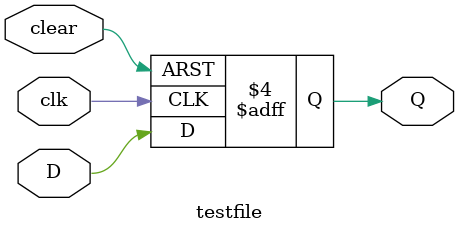
<source format=v>
module testfile (
    input wire D,     // Data input
    input wire clk,   // Clock input
    input wire clear, // Asynchronous clear
    output reg Q      // Output
);

    // Initialize Q at the start
    initial begin
        Q = 0; // Set initial value of Q
    end

    always @(posedge clk or posedge clear) begin
        if (clear)
            Q <= 1'b0;  // Clear output
        else
            Q <= D;     // Latch D on positive clock edge
    end

    initial begin
        $dumpfile("testfile_tb.vcd");
        $dumpvars(0, testfile_tb);
    end
endmodule

</source>
